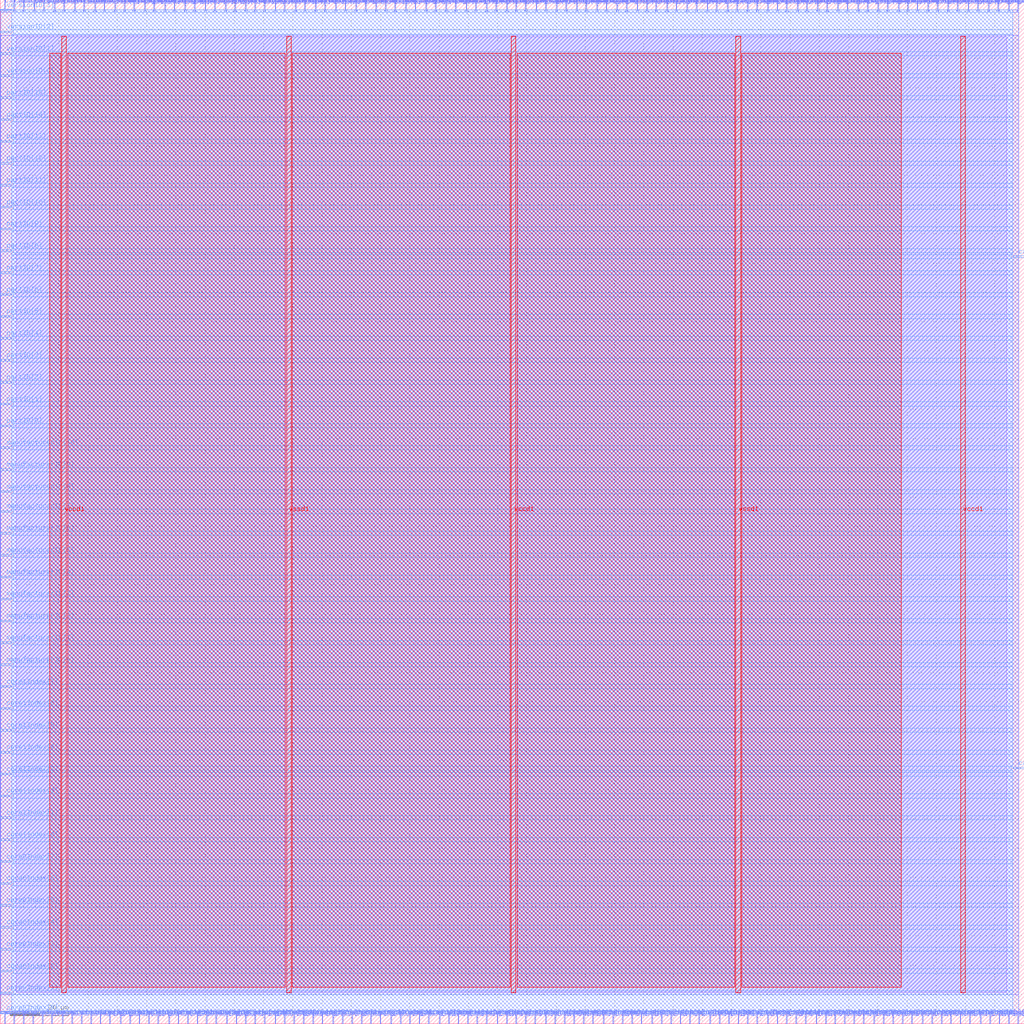
<source format=lef>
VERSION 5.7 ;
  NOWIREEXTENSIONATPIN ON ;
  DIVIDERCHAR "/" ;
  BUSBITCHARS "[]" ;
MACRO CaravelHost
  CLASS BLOCK ;
  FOREIGN CaravelHost ;
  ORIGIN 0.000 0.000 ;
  SIZE 350.000 BY 350.000 ;
  PIN caravel_uart_rx
    DIRECTION INPUT ;
    USE SIGNAL ;
    PORT
      LAYER met3 ;
        RECT 346.000 87.080 350.000 87.680 ;
    END
  END caravel_uart_rx
  PIN caravel_uart_tx
    DIRECTION OUTPUT TRISTATE ;
    USE SIGNAL ;
    PORT
      LAYER met3 ;
        RECT 346.000 261.840 350.000 262.440 ;
    END
  END caravel_uart_tx
  PIN caravel_wb_ack_i
    DIRECTION INPUT ;
    USE SIGNAL ;
    PORT
      LAYER met2 ;
        RECT 1.470 346.000 1.750 350.000 ;
    END
  END caravel_wb_ack_i
  PIN caravel_wb_adr_o[0]
    DIRECTION OUTPUT TRISTATE ;
    USE SIGNAL ;
    PORT
      LAYER met2 ;
        RECT 21.710 346.000 21.990 350.000 ;
    END
  END caravel_wb_adr_o[0]
  PIN caravel_wb_adr_o[10]
    DIRECTION OUTPUT TRISTATE ;
    USE SIGNAL ;
    PORT
      LAYER met2 ;
        RECT 138.550 346.000 138.830 350.000 ;
    END
  END caravel_wb_adr_o[10]
  PIN caravel_wb_adr_o[11]
    DIRECTION OUTPUT TRISTATE ;
    USE SIGNAL ;
    PORT
      LAYER met2 ;
        RECT 148.670 346.000 148.950 350.000 ;
    END
  END caravel_wb_adr_o[11]
  PIN caravel_wb_adr_o[12]
    DIRECTION OUTPUT TRISTATE ;
    USE SIGNAL ;
    PORT
      LAYER met2 ;
        RECT 159.250 346.000 159.530 350.000 ;
    END
  END caravel_wb_adr_o[12]
  PIN caravel_wb_adr_o[13]
    DIRECTION OUTPUT TRISTATE ;
    USE SIGNAL ;
    PORT
      LAYER met2 ;
        RECT 169.370 346.000 169.650 350.000 ;
    END
  END caravel_wb_adr_o[13]
  PIN caravel_wb_adr_o[14]
    DIRECTION OUTPUT TRISTATE ;
    USE SIGNAL ;
    PORT
      LAYER met2 ;
        RECT 179.490 346.000 179.770 350.000 ;
    END
  END caravel_wb_adr_o[14]
  PIN caravel_wb_adr_o[15]
    DIRECTION OUTPUT TRISTATE ;
    USE SIGNAL ;
    PORT
      LAYER met2 ;
        RECT 190.070 346.000 190.350 350.000 ;
    END
  END caravel_wb_adr_o[15]
  PIN caravel_wb_adr_o[16]
    DIRECTION OUTPUT TRISTATE ;
    USE SIGNAL ;
    PORT
      LAYER met2 ;
        RECT 200.190 346.000 200.470 350.000 ;
    END
  END caravel_wb_adr_o[16]
  PIN caravel_wb_adr_o[17]
    DIRECTION OUTPUT TRISTATE ;
    USE SIGNAL ;
    PORT
      LAYER met2 ;
        RECT 210.770 346.000 211.050 350.000 ;
    END
  END caravel_wb_adr_o[17]
  PIN caravel_wb_adr_o[18]
    DIRECTION OUTPUT TRISTATE ;
    USE SIGNAL ;
    PORT
      LAYER met2 ;
        RECT 220.890 346.000 221.170 350.000 ;
    END
  END caravel_wb_adr_o[18]
  PIN caravel_wb_adr_o[19]
    DIRECTION OUTPUT TRISTATE ;
    USE SIGNAL ;
    PORT
      LAYER met2 ;
        RECT 231.010 346.000 231.290 350.000 ;
    END
  END caravel_wb_adr_o[19]
  PIN caravel_wb_adr_o[1]
    DIRECTION OUTPUT TRISTATE ;
    USE SIGNAL ;
    PORT
      LAYER met2 ;
        RECT 35.510 346.000 35.790 350.000 ;
    END
  END caravel_wb_adr_o[1]
  PIN caravel_wb_adr_o[20]
    DIRECTION OUTPUT TRISTATE ;
    USE SIGNAL ;
    PORT
      LAYER met2 ;
        RECT 241.590 346.000 241.870 350.000 ;
    END
  END caravel_wb_adr_o[20]
  PIN caravel_wb_adr_o[21]
    DIRECTION OUTPUT TRISTATE ;
    USE SIGNAL ;
    PORT
      LAYER met2 ;
        RECT 251.710 346.000 251.990 350.000 ;
    END
  END caravel_wb_adr_o[21]
  PIN caravel_wb_adr_o[22]
    DIRECTION OUTPUT TRISTATE ;
    USE SIGNAL ;
    PORT
      LAYER met2 ;
        RECT 262.290 346.000 262.570 350.000 ;
    END
  END caravel_wb_adr_o[22]
  PIN caravel_wb_adr_o[23]
    DIRECTION OUTPUT TRISTATE ;
    USE SIGNAL ;
    PORT
      LAYER met2 ;
        RECT 272.410 346.000 272.690 350.000 ;
    END
  END caravel_wb_adr_o[23]
  PIN caravel_wb_adr_o[24]
    DIRECTION OUTPUT TRISTATE ;
    USE SIGNAL ;
    PORT
      LAYER met2 ;
        RECT 282.530 346.000 282.810 350.000 ;
    END
  END caravel_wb_adr_o[24]
  PIN caravel_wb_adr_o[25]
    DIRECTION OUTPUT TRISTATE ;
    USE SIGNAL ;
    PORT
      LAYER met2 ;
        RECT 293.110 346.000 293.390 350.000 ;
    END
  END caravel_wb_adr_o[25]
  PIN caravel_wb_adr_o[26]
    DIRECTION OUTPUT TRISTATE ;
    USE SIGNAL ;
    PORT
      LAYER met2 ;
        RECT 303.230 346.000 303.510 350.000 ;
    END
  END caravel_wb_adr_o[26]
  PIN caravel_wb_adr_o[27]
    DIRECTION OUTPUT TRISTATE ;
    USE SIGNAL ;
    PORT
      LAYER met2 ;
        RECT 313.350 346.000 313.630 350.000 ;
    END
  END caravel_wb_adr_o[27]
  PIN caravel_wb_adr_o[2]
    DIRECTION OUTPUT TRISTATE ;
    USE SIGNAL ;
    PORT
      LAYER met2 ;
        RECT 49.310 346.000 49.590 350.000 ;
    END
  END caravel_wb_adr_o[2]
  PIN caravel_wb_adr_o[3]
    DIRECTION OUTPUT TRISTATE ;
    USE SIGNAL ;
    PORT
      LAYER met2 ;
        RECT 63.110 346.000 63.390 350.000 ;
    END
  END caravel_wb_adr_o[3]
  PIN caravel_wb_adr_o[4]
    DIRECTION OUTPUT TRISTATE ;
    USE SIGNAL ;
    PORT
      LAYER met2 ;
        RECT 76.910 346.000 77.190 350.000 ;
    END
  END caravel_wb_adr_o[4]
  PIN caravel_wb_adr_o[5]
    DIRECTION OUTPUT TRISTATE ;
    USE SIGNAL ;
    PORT
      LAYER met2 ;
        RECT 87.030 346.000 87.310 350.000 ;
    END
  END caravel_wb_adr_o[5]
  PIN caravel_wb_adr_o[6]
    DIRECTION OUTPUT TRISTATE ;
    USE SIGNAL ;
    PORT
      LAYER met2 ;
        RECT 97.150 346.000 97.430 350.000 ;
    END
  END caravel_wb_adr_o[6]
  PIN caravel_wb_adr_o[7]
    DIRECTION OUTPUT TRISTATE ;
    USE SIGNAL ;
    PORT
      LAYER met2 ;
        RECT 107.730 346.000 108.010 350.000 ;
    END
  END caravel_wb_adr_o[7]
  PIN caravel_wb_adr_o[8]
    DIRECTION OUTPUT TRISTATE ;
    USE SIGNAL ;
    PORT
      LAYER met2 ;
        RECT 117.850 346.000 118.130 350.000 ;
    END
  END caravel_wb_adr_o[8]
  PIN caravel_wb_adr_o[9]
    DIRECTION OUTPUT TRISTATE ;
    USE SIGNAL ;
    PORT
      LAYER met2 ;
        RECT 128.430 346.000 128.710 350.000 ;
    END
  END caravel_wb_adr_o[9]
  PIN caravel_wb_cyc_o
    DIRECTION OUTPUT TRISTATE ;
    USE SIGNAL ;
    PORT
      LAYER met2 ;
        RECT 4.690 346.000 4.970 350.000 ;
    END
  END caravel_wb_cyc_o
  PIN caravel_wb_data_i[0]
    DIRECTION INPUT ;
    USE SIGNAL ;
    PORT
      LAYER met2 ;
        RECT 25.390 346.000 25.670 350.000 ;
    END
  END caravel_wb_data_i[0]
  PIN caravel_wb_data_i[10]
    DIRECTION INPUT ;
    USE SIGNAL ;
    PORT
      LAYER met2 ;
        RECT 141.770 346.000 142.050 350.000 ;
    END
  END caravel_wb_data_i[10]
  PIN caravel_wb_data_i[11]
    DIRECTION INPUT ;
    USE SIGNAL ;
    PORT
      LAYER met2 ;
        RECT 152.350 346.000 152.630 350.000 ;
    END
  END caravel_wb_data_i[11]
  PIN caravel_wb_data_i[12]
    DIRECTION INPUT ;
    USE SIGNAL ;
    PORT
      LAYER met2 ;
        RECT 162.470 346.000 162.750 350.000 ;
    END
  END caravel_wb_data_i[12]
  PIN caravel_wb_data_i[13]
    DIRECTION INPUT ;
    USE SIGNAL ;
    PORT
      LAYER met2 ;
        RECT 173.050 346.000 173.330 350.000 ;
    END
  END caravel_wb_data_i[13]
  PIN caravel_wb_data_i[14]
    DIRECTION INPUT ;
    USE SIGNAL ;
    PORT
      LAYER met2 ;
        RECT 183.170 346.000 183.450 350.000 ;
    END
  END caravel_wb_data_i[14]
  PIN caravel_wb_data_i[15]
    DIRECTION INPUT ;
    USE SIGNAL ;
    PORT
      LAYER met2 ;
        RECT 193.290 346.000 193.570 350.000 ;
    END
  END caravel_wb_data_i[15]
  PIN caravel_wb_data_i[16]
    DIRECTION INPUT ;
    USE SIGNAL ;
    PORT
      LAYER met2 ;
        RECT 203.870 346.000 204.150 350.000 ;
    END
  END caravel_wb_data_i[16]
  PIN caravel_wb_data_i[17]
    DIRECTION INPUT ;
    USE SIGNAL ;
    PORT
      LAYER met2 ;
        RECT 213.990 346.000 214.270 350.000 ;
    END
  END caravel_wb_data_i[17]
  PIN caravel_wb_data_i[18]
    DIRECTION INPUT ;
    USE SIGNAL ;
    PORT
      LAYER met2 ;
        RECT 224.110 346.000 224.390 350.000 ;
    END
  END caravel_wb_data_i[18]
  PIN caravel_wb_data_i[19]
    DIRECTION INPUT ;
    USE SIGNAL ;
    PORT
      LAYER met2 ;
        RECT 234.690 346.000 234.970 350.000 ;
    END
  END caravel_wb_data_i[19]
  PIN caravel_wb_data_i[1]
    DIRECTION INPUT ;
    USE SIGNAL ;
    PORT
      LAYER met2 ;
        RECT 39.190 346.000 39.470 350.000 ;
    END
  END caravel_wb_data_i[1]
  PIN caravel_wb_data_i[20]
    DIRECTION INPUT ;
    USE SIGNAL ;
    PORT
      LAYER met2 ;
        RECT 244.810 346.000 245.090 350.000 ;
    END
  END caravel_wb_data_i[20]
  PIN caravel_wb_data_i[21]
    DIRECTION INPUT ;
    USE SIGNAL ;
    PORT
      LAYER met2 ;
        RECT 255.390 346.000 255.670 350.000 ;
    END
  END caravel_wb_data_i[21]
  PIN caravel_wb_data_i[22]
    DIRECTION INPUT ;
    USE SIGNAL ;
    PORT
      LAYER met2 ;
        RECT 265.510 346.000 265.790 350.000 ;
    END
  END caravel_wb_data_i[22]
  PIN caravel_wb_data_i[23]
    DIRECTION INPUT ;
    USE SIGNAL ;
    PORT
      LAYER met2 ;
        RECT 275.630 346.000 275.910 350.000 ;
    END
  END caravel_wb_data_i[23]
  PIN caravel_wb_data_i[24]
    DIRECTION INPUT ;
    USE SIGNAL ;
    PORT
      LAYER met2 ;
        RECT 286.210 346.000 286.490 350.000 ;
    END
  END caravel_wb_data_i[24]
  PIN caravel_wb_data_i[25]
    DIRECTION INPUT ;
    USE SIGNAL ;
    PORT
      LAYER met2 ;
        RECT 296.330 346.000 296.610 350.000 ;
    END
  END caravel_wb_data_i[25]
  PIN caravel_wb_data_i[26]
    DIRECTION INPUT ;
    USE SIGNAL ;
    PORT
      LAYER met2 ;
        RECT 306.910 346.000 307.190 350.000 ;
    END
  END caravel_wb_data_i[26]
  PIN caravel_wb_data_i[27]
    DIRECTION INPUT ;
    USE SIGNAL ;
    PORT
      LAYER met2 ;
        RECT 317.030 346.000 317.310 350.000 ;
    END
  END caravel_wb_data_i[27]
  PIN caravel_wb_data_i[28]
    DIRECTION INPUT ;
    USE SIGNAL ;
    PORT
      LAYER met2 ;
        RECT 323.930 346.000 324.210 350.000 ;
    END
  END caravel_wb_data_i[28]
  PIN caravel_wb_data_i[29]
    DIRECTION INPUT ;
    USE SIGNAL ;
    PORT
      LAYER met2 ;
        RECT 330.830 346.000 331.110 350.000 ;
    END
  END caravel_wb_data_i[29]
  PIN caravel_wb_data_i[2]
    DIRECTION INPUT ;
    USE SIGNAL ;
    PORT
      LAYER met2 ;
        RECT 52.530 346.000 52.810 350.000 ;
    END
  END caravel_wb_data_i[2]
  PIN caravel_wb_data_i[30]
    DIRECTION INPUT ;
    USE SIGNAL ;
    PORT
      LAYER met2 ;
        RECT 337.730 346.000 338.010 350.000 ;
    END
  END caravel_wb_data_i[30]
  PIN caravel_wb_data_i[31]
    DIRECTION INPUT ;
    USE SIGNAL ;
    PORT
      LAYER met2 ;
        RECT 344.630 346.000 344.910 350.000 ;
    END
  END caravel_wb_data_i[31]
  PIN caravel_wb_data_i[3]
    DIRECTION INPUT ;
    USE SIGNAL ;
    PORT
      LAYER met2 ;
        RECT 66.330 346.000 66.610 350.000 ;
    END
  END caravel_wb_data_i[3]
  PIN caravel_wb_data_i[4]
    DIRECTION INPUT ;
    USE SIGNAL ;
    PORT
      LAYER met2 ;
        RECT 80.130 346.000 80.410 350.000 ;
    END
  END caravel_wb_data_i[4]
  PIN caravel_wb_data_i[5]
    DIRECTION INPUT ;
    USE SIGNAL ;
    PORT
      LAYER met2 ;
        RECT 90.250 346.000 90.530 350.000 ;
    END
  END caravel_wb_data_i[5]
  PIN caravel_wb_data_i[6]
    DIRECTION INPUT ;
    USE SIGNAL ;
    PORT
      LAYER met2 ;
        RECT 100.830 346.000 101.110 350.000 ;
    END
  END caravel_wb_data_i[6]
  PIN caravel_wb_data_i[7]
    DIRECTION INPUT ;
    USE SIGNAL ;
    PORT
      LAYER met2 ;
        RECT 110.950 346.000 111.230 350.000 ;
    END
  END caravel_wb_data_i[7]
  PIN caravel_wb_data_i[8]
    DIRECTION INPUT ;
    USE SIGNAL ;
    PORT
      LAYER met2 ;
        RECT 121.530 346.000 121.810 350.000 ;
    END
  END caravel_wb_data_i[8]
  PIN caravel_wb_data_i[9]
    DIRECTION INPUT ;
    USE SIGNAL ;
    PORT
      LAYER met2 ;
        RECT 131.650 346.000 131.930 350.000 ;
    END
  END caravel_wb_data_i[9]
  PIN caravel_wb_data_o[0]
    DIRECTION OUTPUT TRISTATE ;
    USE SIGNAL ;
    PORT
      LAYER met2 ;
        RECT 28.610 346.000 28.890 350.000 ;
    END
  END caravel_wb_data_o[0]
  PIN caravel_wb_data_o[10]
    DIRECTION OUTPUT TRISTATE ;
    USE SIGNAL ;
    PORT
      LAYER met2 ;
        RECT 145.450 346.000 145.730 350.000 ;
    END
  END caravel_wb_data_o[10]
  PIN caravel_wb_data_o[11]
    DIRECTION OUTPUT TRISTATE ;
    USE SIGNAL ;
    PORT
      LAYER met2 ;
        RECT 155.570 346.000 155.850 350.000 ;
    END
  END caravel_wb_data_o[11]
  PIN caravel_wb_data_o[12]
    DIRECTION OUTPUT TRISTATE ;
    USE SIGNAL ;
    PORT
      LAYER met2 ;
        RECT 166.150 346.000 166.430 350.000 ;
    END
  END caravel_wb_data_o[12]
  PIN caravel_wb_data_o[13]
    DIRECTION OUTPUT TRISTATE ;
    USE SIGNAL ;
    PORT
      LAYER met2 ;
        RECT 176.270 346.000 176.550 350.000 ;
    END
  END caravel_wb_data_o[13]
  PIN caravel_wb_data_o[14]
    DIRECTION OUTPUT TRISTATE ;
    USE SIGNAL ;
    PORT
      LAYER met2 ;
        RECT 186.390 346.000 186.670 350.000 ;
    END
  END caravel_wb_data_o[14]
  PIN caravel_wb_data_o[15]
    DIRECTION OUTPUT TRISTATE ;
    USE SIGNAL ;
    PORT
      LAYER met2 ;
        RECT 196.970 346.000 197.250 350.000 ;
    END
  END caravel_wb_data_o[15]
  PIN caravel_wb_data_o[16]
    DIRECTION OUTPUT TRISTATE ;
    USE SIGNAL ;
    PORT
      LAYER met2 ;
        RECT 207.090 346.000 207.370 350.000 ;
    END
  END caravel_wb_data_o[16]
  PIN caravel_wb_data_o[17]
    DIRECTION OUTPUT TRISTATE ;
    USE SIGNAL ;
    PORT
      LAYER met2 ;
        RECT 217.670 346.000 217.950 350.000 ;
    END
  END caravel_wb_data_o[17]
  PIN caravel_wb_data_o[18]
    DIRECTION OUTPUT TRISTATE ;
    USE SIGNAL ;
    PORT
      LAYER met2 ;
        RECT 227.790 346.000 228.070 350.000 ;
    END
  END caravel_wb_data_o[18]
  PIN caravel_wb_data_o[19]
    DIRECTION OUTPUT TRISTATE ;
    USE SIGNAL ;
    PORT
      LAYER met2 ;
        RECT 237.910 346.000 238.190 350.000 ;
    END
  END caravel_wb_data_o[19]
  PIN caravel_wb_data_o[1]
    DIRECTION OUTPUT TRISTATE ;
    USE SIGNAL ;
    PORT
      LAYER met2 ;
        RECT 42.410 346.000 42.690 350.000 ;
    END
  END caravel_wb_data_o[1]
  PIN caravel_wb_data_o[20]
    DIRECTION OUTPUT TRISTATE ;
    USE SIGNAL ;
    PORT
      LAYER met2 ;
        RECT 248.490 346.000 248.770 350.000 ;
    END
  END caravel_wb_data_o[20]
  PIN caravel_wb_data_o[21]
    DIRECTION OUTPUT TRISTATE ;
    USE SIGNAL ;
    PORT
      LAYER met2 ;
        RECT 258.610 346.000 258.890 350.000 ;
    END
  END caravel_wb_data_o[21]
  PIN caravel_wb_data_o[22]
    DIRECTION OUTPUT TRISTATE ;
    USE SIGNAL ;
    PORT
      LAYER met2 ;
        RECT 268.730 346.000 269.010 350.000 ;
    END
  END caravel_wb_data_o[22]
  PIN caravel_wb_data_o[23]
    DIRECTION OUTPUT TRISTATE ;
    USE SIGNAL ;
    PORT
      LAYER met2 ;
        RECT 279.310 346.000 279.590 350.000 ;
    END
  END caravel_wb_data_o[23]
  PIN caravel_wb_data_o[24]
    DIRECTION OUTPUT TRISTATE ;
    USE SIGNAL ;
    PORT
      LAYER met2 ;
        RECT 289.430 346.000 289.710 350.000 ;
    END
  END caravel_wb_data_o[24]
  PIN caravel_wb_data_o[25]
    DIRECTION OUTPUT TRISTATE ;
    USE SIGNAL ;
    PORT
      LAYER met2 ;
        RECT 300.010 346.000 300.290 350.000 ;
    END
  END caravel_wb_data_o[25]
  PIN caravel_wb_data_o[26]
    DIRECTION OUTPUT TRISTATE ;
    USE SIGNAL ;
    PORT
      LAYER met2 ;
        RECT 310.130 346.000 310.410 350.000 ;
    END
  END caravel_wb_data_o[26]
  PIN caravel_wb_data_o[27]
    DIRECTION OUTPUT TRISTATE ;
    USE SIGNAL ;
    PORT
      LAYER met2 ;
        RECT 320.250 346.000 320.530 350.000 ;
    END
  END caravel_wb_data_o[27]
  PIN caravel_wb_data_o[28]
    DIRECTION OUTPUT TRISTATE ;
    USE SIGNAL ;
    PORT
      LAYER met2 ;
        RECT 327.150 346.000 327.430 350.000 ;
    END
  END caravel_wb_data_o[28]
  PIN caravel_wb_data_o[29]
    DIRECTION OUTPUT TRISTATE ;
    USE SIGNAL ;
    PORT
      LAYER met2 ;
        RECT 334.050 346.000 334.330 350.000 ;
    END
  END caravel_wb_data_o[29]
  PIN caravel_wb_data_o[2]
    DIRECTION OUTPUT TRISTATE ;
    USE SIGNAL ;
    PORT
      LAYER met2 ;
        RECT 56.210 346.000 56.490 350.000 ;
    END
  END caravel_wb_data_o[2]
  PIN caravel_wb_data_o[30]
    DIRECTION OUTPUT TRISTATE ;
    USE SIGNAL ;
    PORT
      LAYER met2 ;
        RECT 340.950 346.000 341.230 350.000 ;
    END
  END caravel_wb_data_o[30]
  PIN caravel_wb_data_o[31]
    DIRECTION OUTPUT TRISTATE ;
    USE SIGNAL ;
    PORT
      LAYER met2 ;
        RECT 347.850 346.000 348.130 350.000 ;
    END
  END caravel_wb_data_o[31]
  PIN caravel_wb_data_o[3]
    DIRECTION OUTPUT TRISTATE ;
    USE SIGNAL ;
    PORT
      LAYER met2 ;
        RECT 70.010 346.000 70.290 350.000 ;
    END
  END caravel_wb_data_o[3]
  PIN caravel_wb_data_o[4]
    DIRECTION OUTPUT TRISTATE ;
    USE SIGNAL ;
    PORT
      LAYER met2 ;
        RECT 83.810 346.000 84.090 350.000 ;
    END
  END caravel_wb_data_o[4]
  PIN caravel_wb_data_o[5]
    DIRECTION OUTPUT TRISTATE ;
    USE SIGNAL ;
    PORT
      LAYER met2 ;
        RECT 93.930 346.000 94.210 350.000 ;
    END
  END caravel_wb_data_o[5]
  PIN caravel_wb_data_o[6]
    DIRECTION OUTPUT TRISTATE ;
    USE SIGNAL ;
    PORT
      LAYER met2 ;
        RECT 104.050 346.000 104.330 350.000 ;
    END
  END caravel_wb_data_o[6]
  PIN caravel_wb_data_o[7]
    DIRECTION OUTPUT TRISTATE ;
    USE SIGNAL ;
    PORT
      LAYER met2 ;
        RECT 114.630 346.000 114.910 350.000 ;
    END
  END caravel_wb_data_o[7]
  PIN caravel_wb_data_o[8]
    DIRECTION OUTPUT TRISTATE ;
    USE SIGNAL ;
    PORT
      LAYER met2 ;
        RECT 124.750 346.000 125.030 350.000 ;
    END
  END caravel_wb_data_o[8]
  PIN caravel_wb_data_o[9]
    DIRECTION OUTPUT TRISTATE ;
    USE SIGNAL ;
    PORT
      LAYER met2 ;
        RECT 134.870 346.000 135.150 350.000 ;
    END
  END caravel_wb_data_o[9]
  PIN caravel_wb_error_i
    DIRECTION INPUT ;
    USE SIGNAL ;
    PORT
      LAYER met2 ;
        RECT 7.910 346.000 8.190 350.000 ;
    END
  END caravel_wb_error_i
  PIN caravel_wb_sel_o[0]
    DIRECTION OUTPUT TRISTATE ;
    USE SIGNAL ;
    PORT
      LAYER met2 ;
        RECT 32.290 346.000 32.570 350.000 ;
    END
  END caravel_wb_sel_o[0]
  PIN caravel_wb_sel_o[1]
    DIRECTION OUTPUT TRISTATE ;
    USE SIGNAL ;
    PORT
      LAYER met2 ;
        RECT 45.630 346.000 45.910 350.000 ;
    END
  END caravel_wb_sel_o[1]
  PIN caravel_wb_sel_o[2]
    DIRECTION OUTPUT TRISTATE ;
    USE SIGNAL ;
    PORT
      LAYER met2 ;
        RECT 59.430 346.000 59.710 350.000 ;
    END
  END caravel_wb_sel_o[2]
  PIN caravel_wb_sel_o[3]
    DIRECTION OUTPUT TRISTATE ;
    USE SIGNAL ;
    PORT
      LAYER met2 ;
        RECT 73.230 346.000 73.510 350.000 ;
    END
  END caravel_wb_sel_o[3]
  PIN caravel_wb_stall_i
    DIRECTION INPUT ;
    USE SIGNAL ;
    PORT
      LAYER met2 ;
        RECT 11.590 346.000 11.870 350.000 ;
    END
  END caravel_wb_stall_i
  PIN caravel_wb_stb_o
    DIRECTION OUTPUT TRISTATE ;
    USE SIGNAL ;
    PORT
      LAYER met2 ;
        RECT 14.810 346.000 15.090 350.000 ;
    END
  END caravel_wb_stb_o
  PIN caravel_wb_we_o
    DIRECTION OUTPUT TRISTATE ;
    USE SIGNAL ;
    PORT
      LAYER met2 ;
        RECT 18.490 346.000 18.770 350.000 ;
    END
  END caravel_wb_we_o
  PIN core0Index[0]
    DIRECTION OUTPUT TRISTATE ;
    USE SIGNAL ;
    PORT
      LAYER met3 ;
        RECT 0.000 3.440 4.000 4.040 ;
    END
  END core0Index[0]
  PIN core0Index[1]
    DIRECTION OUTPUT TRISTATE ;
    USE SIGNAL ;
    PORT
      LAYER met3 ;
        RECT 0.000 10.240 4.000 10.840 ;
    END
  END core0Index[1]
  PIN core0Index[2]
    DIRECTION OUTPUT TRISTATE ;
    USE SIGNAL ;
    PORT
      LAYER met3 ;
        RECT 0.000 17.720 4.000 18.320 ;
    END
  END core0Index[2]
  PIN core0Index[3]
    DIRECTION OUTPUT TRISTATE ;
    USE SIGNAL ;
    PORT
      LAYER met3 ;
        RECT 0.000 25.200 4.000 25.800 ;
    END
  END core0Index[3]
  PIN core0Index[4]
    DIRECTION OUTPUT TRISTATE ;
    USE SIGNAL ;
    PORT
      LAYER met3 ;
        RECT 0.000 32.680 4.000 33.280 ;
    END
  END core0Index[4]
  PIN core0Index[5]
    DIRECTION OUTPUT TRISTATE ;
    USE SIGNAL ;
    PORT
      LAYER met3 ;
        RECT 0.000 40.160 4.000 40.760 ;
    END
  END core0Index[5]
  PIN core0Index[6]
    DIRECTION OUTPUT TRISTATE ;
    USE SIGNAL ;
    PORT
      LAYER met3 ;
        RECT 0.000 47.640 4.000 48.240 ;
    END
  END core0Index[6]
  PIN core0Index[7]
    DIRECTION OUTPUT TRISTATE ;
    USE SIGNAL ;
    PORT
      LAYER met3 ;
        RECT 0.000 55.120 4.000 55.720 ;
    END
  END core0Index[7]
  PIN core1Index[0]
    DIRECTION OUTPUT TRISTATE ;
    USE SIGNAL ;
    PORT
      LAYER met3 ;
        RECT 0.000 62.600 4.000 63.200 ;
    END
  END core1Index[0]
  PIN core1Index[1]
    DIRECTION OUTPUT TRISTATE ;
    USE SIGNAL ;
    PORT
      LAYER met3 ;
        RECT 0.000 70.080 4.000 70.680 ;
    END
  END core1Index[1]
  PIN core1Index[2]
    DIRECTION OUTPUT TRISTATE ;
    USE SIGNAL ;
    PORT
      LAYER met3 ;
        RECT 0.000 77.560 4.000 78.160 ;
    END
  END core1Index[2]
  PIN core1Index[3]
    DIRECTION OUTPUT TRISTATE ;
    USE SIGNAL ;
    PORT
      LAYER met3 ;
        RECT 0.000 85.040 4.000 85.640 ;
    END
  END core1Index[3]
  PIN core1Index[4]
    DIRECTION OUTPUT TRISTATE ;
    USE SIGNAL ;
    PORT
      LAYER met3 ;
        RECT 0.000 92.520 4.000 93.120 ;
    END
  END core1Index[4]
  PIN core1Index[5]
    DIRECTION OUTPUT TRISTATE ;
    USE SIGNAL ;
    PORT
      LAYER met3 ;
        RECT 0.000 100.000 4.000 100.600 ;
    END
  END core1Index[5]
  PIN core1Index[6]
    DIRECTION OUTPUT TRISTATE ;
    USE SIGNAL ;
    PORT
      LAYER met3 ;
        RECT 0.000 107.480 4.000 108.080 ;
    END
  END core1Index[6]
  PIN core1Index[7]
    DIRECTION OUTPUT TRISTATE ;
    USE SIGNAL ;
    PORT
      LAYER met3 ;
        RECT 0.000 114.960 4.000 115.560 ;
    END
  END core1Index[7]
  PIN manufacturerID[0]
    DIRECTION OUTPUT TRISTATE ;
    USE SIGNAL ;
    PORT
      LAYER met3 ;
        RECT 0.000 122.440 4.000 123.040 ;
    END
  END manufacturerID[0]
  PIN manufacturerID[10]
    DIRECTION OUTPUT TRISTATE ;
    USE SIGNAL ;
    PORT
      LAYER met3 ;
        RECT 0.000 196.560 4.000 197.160 ;
    END
  END manufacturerID[10]
  PIN manufacturerID[1]
    DIRECTION OUTPUT TRISTATE ;
    USE SIGNAL ;
    PORT
      LAYER met3 ;
        RECT 0.000 129.920 4.000 130.520 ;
    END
  END manufacturerID[1]
  PIN manufacturerID[2]
    DIRECTION OUTPUT TRISTATE ;
    USE SIGNAL ;
    PORT
      LAYER met3 ;
        RECT 0.000 137.400 4.000 138.000 ;
    END
  END manufacturerID[2]
  PIN manufacturerID[3]
    DIRECTION OUTPUT TRISTATE ;
    USE SIGNAL ;
    PORT
      LAYER met3 ;
        RECT 0.000 144.880 4.000 145.480 ;
    END
  END manufacturerID[3]
  PIN manufacturerID[4]
    DIRECTION OUTPUT TRISTATE ;
    USE SIGNAL ;
    PORT
      LAYER met3 ;
        RECT 0.000 152.360 4.000 152.960 ;
    END
  END manufacturerID[4]
  PIN manufacturerID[5]
    DIRECTION OUTPUT TRISTATE ;
    USE SIGNAL ;
    PORT
      LAYER met3 ;
        RECT 0.000 159.840 4.000 160.440 ;
    END
  END manufacturerID[5]
  PIN manufacturerID[6]
    DIRECTION OUTPUT TRISTATE ;
    USE SIGNAL ;
    PORT
      LAYER met3 ;
        RECT 0.000 167.320 4.000 167.920 ;
    END
  END manufacturerID[6]
  PIN manufacturerID[7]
    DIRECTION OUTPUT TRISTATE ;
    USE SIGNAL ;
    PORT
      LAYER met3 ;
        RECT 0.000 174.800 4.000 175.400 ;
    END
  END manufacturerID[7]
  PIN manufacturerID[8]
    DIRECTION OUTPUT TRISTATE ;
    USE SIGNAL ;
    PORT
      LAYER met3 ;
        RECT 0.000 181.600 4.000 182.200 ;
    END
  END manufacturerID[8]
  PIN manufacturerID[9]
    DIRECTION OUTPUT TRISTATE ;
    USE SIGNAL ;
    PORT
      LAYER met3 ;
        RECT 0.000 189.080 4.000 189.680 ;
    END
  END manufacturerID[9]
  PIN partID[0]
    DIRECTION OUTPUT TRISTATE ;
    USE SIGNAL ;
    PORT
      LAYER met3 ;
        RECT 0.000 204.040 4.000 204.640 ;
    END
  END partID[0]
  PIN partID[10]
    DIRECTION OUTPUT TRISTATE ;
    USE SIGNAL ;
    PORT
      LAYER met3 ;
        RECT 0.000 278.840 4.000 279.440 ;
    END
  END partID[10]
  PIN partID[11]
    DIRECTION OUTPUT TRISTATE ;
    USE SIGNAL ;
    PORT
      LAYER met3 ;
        RECT 0.000 286.320 4.000 286.920 ;
    END
  END partID[11]
  PIN partID[12]
    DIRECTION OUTPUT TRISTATE ;
    USE SIGNAL ;
    PORT
      LAYER met3 ;
        RECT 0.000 293.800 4.000 294.400 ;
    END
  END partID[12]
  PIN partID[13]
    DIRECTION OUTPUT TRISTATE ;
    USE SIGNAL ;
    PORT
      LAYER met3 ;
        RECT 0.000 301.280 4.000 301.880 ;
    END
  END partID[13]
  PIN partID[14]
    DIRECTION OUTPUT TRISTATE ;
    USE SIGNAL ;
    PORT
      LAYER met3 ;
        RECT 0.000 308.760 4.000 309.360 ;
    END
  END partID[14]
  PIN partID[15]
    DIRECTION OUTPUT TRISTATE ;
    USE SIGNAL ;
    PORT
      LAYER met3 ;
        RECT 0.000 316.240 4.000 316.840 ;
    END
  END partID[15]
  PIN partID[1]
    DIRECTION OUTPUT TRISTATE ;
    USE SIGNAL ;
    PORT
      LAYER met3 ;
        RECT 0.000 211.520 4.000 212.120 ;
    END
  END partID[1]
  PIN partID[2]
    DIRECTION OUTPUT TRISTATE ;
    USE SIGNAL ;
    PORT
      LAYER met3 ;
        RECT 0.000 219.000 4.000 219.600 ;
    END
  END partID[2]
  PIN partID[3]
    DIRECTION OUTPUT TRISTATE ;
    USE SIGNAL ;
    PORT
      LAYER met3 ;
        RECT 0.000 226.480 4.000 227.080 ;
    END
  END partID[3]
  PIN partID[4]
    DIRECTION OUTPUT TRISTATE ;
    USE SIGNAL ;
    PORT
      LAYER met3 ;
        RECT 0.000 233.960 4.000 234.560 ;
    END
  END partID[4]
  PIN partID[5]
    DIRECTION OUTPUT TRISTATE ;
    USE SIGNAL ;
    PORT
      LAYER met3 ;
        RECT 0.000 241.440 4.000 242.040 ;
    END
  END partID[5]
  PIN partID[6]
    DIRECTION OUTPUT TRISTATE ;
    USE SIGNAL ;
    PORT
      LAYER met3 ;
        RECT 0.000 248.920 4.000 249.520 ;
    END
  END partID[6]
  PIN partID[7]
    DIRECTION OUTPUT TRISTATE ;
    USE SIGNAL ;
    PORT
      LAYER met3 ;
        RECT 0.000 256.400 4.000 257.000 ;
    END
  END partID[7]
  PIN partID[8]
    DIRECTION OUTPUT TRISTATE ;
    USE SIGNAL ;
    PORT
      LAYER met3 ;
        RECT 0.000 263.880 4.000 264.480 ;
    END
  END partID[8]
  PIN partID[9]
    DIRECTION OUTPUT TRISTATE ;
    USE SIGNAL ;
    PORT
      LAYER met3 ;
        RECT 0.000 271.360 4.000 271.960 ;
    END
  END partID[9]
  PIN vccd1
    DIRECTION INOUT ;
    USE POWER ;
    PORT
      LAYER met4 ;
        RECT 21.040 10.640 22.640 337.520 ;
    END
    PORT
      LAYER met4 ;
        RECT 174.640 10.640 176.240 337.520 ;
    END
    PORT
      LAYER met4 ;
        RECT 328.240 10.640 329.840 337.520 ;
    END
  END vccd1
  PIN versionID[0]
    DIRECTION OUTPUT TRISTATE ;
    USE SIGNAL ;
    PORT
      LAYER met3 ;
        RECT 0.000 323.720 4.000 324.320 ;
    END
  END versionID[0]
  PIN versionID[1]
    DIRECTION OUTPUT TRISTATE ;
    USE SIGNAL ;
    PORT
      LAYER met3 ;
        RECT 0.000 331.200 4.000 331.800 ;
    END
  END versionID[1]
  PIN versionID[2]
    DIRECTION OUTPUT TRISTATE ;
    USE SIGNAL ;
    PORT
      LAYER met3 ;
        RECT 0.000 338.680 4.000 339.280 ;
    END
  END versionID[2]
  PIN versionID[3]
    DIRECTION OUTPUT TRISTATE ;
    USE SIGNAL ;
    PORT
      LAYER met3 ;
        RECT 0.000 346.160 4.000 346.760 ;
    END
  END versionID[3]
  PIN vssd1
    DIRECTION INOUT ;
    USE GROUND ;
    PORT
      LAYER met4 ;
        RECT 97.840 10.640 99.440 337.520 ;
    END
    PORT
      LAYER met4 ;
        RECT 251.440 10.640 253.040 337.520 ;
    END
  END vssd1
  PIN wb_clk_i
    DIRECTION INPUT ;
    USE SIGNAL ;
    PORT
      LAYER met2 ;
        RECT 1.470 0.000 1.750 4.000 ;
    END
  END wb_clk_i
  PIN wb_rst_i
    DIRECTION INPUT ;
    USE SIGNAL ;
    PORT
      LAYER met2 ;
        RECT 4.690 0.000 4.970 4.000 ;
    END
  END wb_rst_i
  PIN wbs_ack_o
    DIRECTION OUTPUT TRISTATE ;
    USE SIGNAL ;
    PORT
      LAYER met2 ;
        RECT 7.910 0.000 8.190 4.000 ;
    END
  END wbs_ack_o
  PIN wbs_adr_i[0]
    DIRECTION INPUT ;
    USE SIGNAL ;
    PORT
      LAYER met2 ;
        RECT 21.250 0.000 21.530 4.000 ;
    END
  END wbs_adr_i[0]
  PIN wbs_adr_i[10]
    DIRECTION INPUT ;
    USE SIGNAL ;
    PORT
      LAYER met2 ;
        RECT 133.490 0.000 133.770 4.000 ;
    END
  END wbs_adr_i[10]
  PIN wbs_adr_i[11]
    DIRECTION INPUT ;
    USE SIGNAL ;
    PORT
      LAYER met2 ;
        RECT 143.150 0.000 143.430 4.000 ;
    END
  END wbs_adr_i[11]
  PIN wbs_adr_i[12]
    DIRECTION INPUT ;
    USE SIGNAL ;
    PORT
      LAYER met2 ;
        RECT 153.270 0.000 153.550 4.000 ;
    END
  END wbs_adr_i[12]
  PIN wbs_adr_i[13]
    DIRECTION INPUT ;
    USE SIGNAL ;
    PORT
      LAYER met2 ;
        RECT 162.930 0.000 163.210 4.000 ;
    END
  END wbs_adr_i[13]
  PIN wbs_adr_i[14]
    DIRECTION INPUT ;
    USE SIGNAL ;
    PORT
      LAYER met2 ;
        RECT 173.050 0.000 173.330 4.000 ;
    END
  END wbs_adr_i[14]
  PIN wbs_adr_i[15]
    DIRECTION INPUT ;
    USE SIGNAL ;
    PORT
      LAYER met2 ;
        RECT 182.710 0.000 182.990 4.000 ;
    END
  END wbs_adr_i[15]
  PIN wbs_adr_i[16]
    DIRECTION INPUT ;
    USE SIGNAL ;
    PORT
      LAYER met2 ;
        RECT 192.830 0.000 193.110 4.000 ;
    END
  END wbs_adr_i[16]
  PIN wbs_adr_i[17]
    DIRECTION INPUT ;
    USE SIGNAL ;
    PORT
      LAYER met2 ;
        RECT 202.490 0.000 202.770 4.000 ;
    END
  END wbs_adr_i[17]
  PIN wbs_adr_i[18]
    DIRECTION INPUT ;
    USE SIGNAL ;
    PORT
      LAYER met2 ;
        RECT 212.610 0.000 212.890 4.000 ;
    END
  END wbs_adr_i[18]
  PIN wbs_adr_i[19]
    DIRECTION INPUT ;
    USE SIGNAL ;
    PORT
      LAYER met2 ;
        RECT 222.730 0.000 223.010 4.000 ;
    END
  END wbs_adr_i[19]
  PIN wbs_adr_i[1]
    DIRECTION INPUT ;
    USE SIGNAL ;
    PORT
      LAYER met2 ;
        RECT 34.130 0.000 34.410 4.000 ;
    END
  END wbs_adr_i[1]
  PIN wbs_adr_i[20]
    DIRECTION INPUT ;
    USE SIGNAL ;
    PORT
      LAYER met2 ;
        RECT 232.390 0.000 232.670 4.000 ;
    END
  END wbs_adr_i[20]
  PIN wbs_adr_i[21]
    DIRECTION INPUT ;
    USE SIGNAL ;
    PORT
      LAYER met2 ;
        RECT 242.510 0.000 242.790 4.000 ;
    END
  END wbs_adr_i[21]
  PIN wbs_adr_i[22]
    DIRECTION INPUT ;
    USE SIGNAL ;
    PORT
      LAYER met2 ;
        RECT 252.170 0.000 252.450 4.000 ;
    END
  END wbs_adr_i[22]
  PIN wbs_adr_i[23]
    DIRECTION INPUT ;
    USE SIGNAL ;
    PORT
      LAYER met2 ;
        RECT 262.290 0.000 262.570 4.000 ;
    END
  END wbs_adr_i[23]
  PIN wbs_adr_i[24]
    DIRECTION INPUT ;
    USE SIGNAL ;
    PORT
      LAYER met2 ;
        RECT 271.950 0.000 272.230 4.000 ;
    END
  END wbs_adr_i[24]
  PIN wbs_adr_i[25]
    DIRECTION INPUT ;
    USE SIGNAL ;
    PORT
      LAYER met2 ;
        RECT 282.070 0.000 282.350 4.000 ;
    END
  END wbs_adr_i[25]
  PIN wbs_adr_i[26]
    DIRECTION INPUT ;
    USE SIGNAL ;
    PORT
      LAYER met2 ;
        RECT 291.730 0.000 292.010 4.000 ;
    END
  END wbs_adr_i[26]
  PIN wbs_adr_i[27]
    DIRECTION INPUT ;
    USE SIGNAL ;
    PORT
      LAYER met2 ;
        RECT 301.850 0.000 302.130 4.000 ;
    END
  END wbs_adr_i[27]
  PIN wbs_adr_i[28]
    DIRECTION INPUT ;
    USE SIGNAL ;
    PORT
      LAYER met2 ;
        RECT 311.510 0.000 311.790 4.000 ;
    END
  END wbs_adr_i[28]
  PIN wbs_adr_i[29]
    DIRECTION INPUT ;
    USE SIGNAL ;
    PORT
      LAYER met2 ;
        RECT 321.630 0.000 321.910 4.000 ;
    END
  END wbs_adr_i[29]
  PIN wbs_adr_i[2]
    DIRECTION INPUT ;
    USE SIGNAL ;
    PORT
      LAYER met2 ;
        RECT 47.470 0.000 47.750 4.000 ;
    END
  END wbs_adr_i[2]
  PIN wbs_adr_i[30]
    DIRECTION INPUT ;
    USE SIGNAL ;
    PORT
      LAYER met2 ;
        RECT 331.290 0.000 331.570 4.000 ;
    END
  END wbs_adr_i[30]
  PIN wbs_adr_i[31]
    DIRECTION INPUT ;
    USE SIGNAL ;
    PORT
      LAYER met2 ;
        RECT 341.410 0.000 341.690 4.000 ;
    END
  END wbs_adr_i[31]
  PIN wbs_adr_i[3]
    DIRECTION INPUT ;
    USE SIGNAL ;
    PORT
      LAYER met2 ;
        RECT 60.810 0.000 61.090 4.000 ;
    END
  END wbs_adr_i[3]
  PIN wbs_adr_i[4]
    DIRECTION INPUT ;
    USE SIGNAL ;
    PORT
      LAYER met2 ;
        RECT 73.690 0.000 73.970 4.000 ;
    END
  END wbs_adr_i[4]
  PIN wbs_adr_i[5]
    DIRECTION INPUT ;
    USE SIGNAL ;
    PORT
      LAYER met2 ;
        RECT 83.810 0.000 84.090 4.000 ;
    END
  END wbs_adr_i[5]
  PIN wbs_adr_i[6]
    DIRECTION INPUT ;
    USE SIGNAL ;
    PORT
      LAYER met2 ;
        RECT 93.930 0.000 94.210 4.000 ;
    END
  END wbs_adr_i[6]
  PIN wbs_adr_i[7]
    DIRECTION INPUT ;
    USE SIGNAL ;
    PORT
      LAYER met2 ;
        RECT 103.590 0.000 103.870 4.000 ;
    END
  END wbs_adr_i[7]
  PIN wbs_adr_i[8]
    DIRECTION INPUT ;
    USE SIGNAL ;
    PORT
      LAYER met2 ;
        RECT 113.710 0.000 113.990 4.000 ;
    END
  END wbs_adr_i[8]
  PIN wbs_adr_i[9]
    DIRECTION INPUT ;
    USE SIGNAL ;
    PORT
      LAYER met2 ;
        RECT 123.370 0.000 123.650 4.000 ;
    END
  END wbs_adr_i[9]
  PIN wbs_cyc_i
    DIRECTION INPUT ;
    USE SIGNAL ;
    PORT
      LAYER met2 ;
        RECT 11.130 0.000 11.410 4.000 ;
    END
  END wbs_cyc_i
  PIN wbs_data_i[0]
    DIRECTION INPUT ;
    USE SIGNAL ;
    PORT
      LAYER met2 ;
        RECT 24.470 0.000 24.750 4.000 ;
    END
  END wbs_data_i[0]
  PIN wbs_data_i[10]
    DIRECTION INPUT ;
    USE SIGNAL ;
    PORT
      LAYER met2 ;
        RECT 136.710 0.000 136.990 4.000 ;
    END
  END wbs_data_i[10]
  PIN wbs_data_i[11]
    DIRECTION INPUT ;
    USE SIGNAL ;
    PORT
      LAYER met2 ;
        RECT 146.370 0.000 146.650 4.000 ;
    END
  END wbs_data_i[11]
  PIN wbs_data_i[12]
    DIRECTION INPUT ;
    USE SIGNAL ;
    PORT
      LAYER met2 ;
        RECT 156.490 0.000 156.770 4.000 ;
    END
  END wbs_data_i[12]
  PIN wbs_data_i[13]
    DIRECTION INPUT ;
    USE SIGNAL ;
    PORT
      LAYER met2 ;
        RECT 166.150 0.000 166.430 4.000 ;
    END
  END wbs_data_i[13]
  PIN wbs_data_i[14]
    DIRECTION INPUT ;
    USE SIGNAL ;
    PORT
      LAYER met2 ;
        RECT 176.270 0.000 176.550 4.000 ;
    END
  END wbs_data_i[14]
  PIN wbs_data_i[15]
    DIRECTION INPUT ;
    USE SIGNAL ;
    PORT
      LAYER met2 ;
        RECT 186.390 0.000 186.670 4.000 ;
    END
  END wbs_data_i[15]
  PIN wbs_data_i[16]
    DIRECTION INPUT ;
    USE SIGNAL ;
    PORT
      LAYER met2 ;
        RECT 196.050 0.000 196.330 4.000 ;
    END
  END wbs_data_i[16]
  PIN wbs_data_i[17]
    DIRECTION INPUT ;
    USE SIGNAL ;
    PORT
      LAYER met2 ;
        RECT 206.170 0.000 206.450 4.000 ;
    END
  END wbs_data_i[17]
  PIN wbs_data_i[18]
    DIRECTION INPUT ;
    USE SIGNAL ;
    PORT
      LAYER met2 ;
        RECT 215.830 0.000 216.110 4.000 ;
    END
  END wbs_data_i[18]
  PIN wbs_data_i[19]
    DIRECTION INPUT ;
    USE SIGNAL ;
    PORT
      LAYER met2 ;
        RECT 225.950 0.000 226.230 4.000 ;
    END
  END wbs_data_i[19]
  PIN wbs_data_i[1]
    DIRECTION INPUT ;
    USE SIGNAL ;
    PORT
      LAYER met2 ;
        RECT 37.350 0.000 37.630 4.000 ;
    END
  END wbs_data_i[1]
  PIN wbs_data_i[20]
    DIRECTION INPUT ;
    USE SIGNAL ;
    PORT
      LAYER met2 ;
        RECT 235.610 0.000 235.890 4.000 ;
    END
  END wbs_data_i[20]
  PIN wbs_data_i[21]
    DIRECTION INPUT ;
    USE SIGNAL ;
    PORT
      LAYER met2 ;
        RECT 245.730 0.000 246.010 4.000 ;
    END
  END wbs_data_i[21]
  PIN wbs_data_i[22]
    DIRECTION INPUT ;
    USE SIGNAL ;
    PORT
      LAYER met2 ;
        RECT 255.390 0.000 255.670 4.000 ;
    END
  END wbs_data_i[22]
  PIN wbs_data_i[23]
    DIRECTION INPUT ;
    USE SIGNAL ;
    PORT
      LAYER met2 ;
        RECT 265.510 0.000 265.790 4.000 ;
    END
  END wbs_data_i[23]
  PIN wbs_data_i[24]
    DIRECTION INPUT ;
    USE SIGNAL ;
    PORT
      LAYER met2 ;
        RECT 275.170 0.000 275.450 4.000 ;
    END
  END wbs_data_i[24]
  PIN wbs_data_i[25]
    DIRECTION INPUT ;
    USE SIGNAL ;
    PORT
      LAYER met2 ;
        RECT 285.290 0.000 285.570 4.000 ;
    END
  END wbs_data_i[25]
  PIN wbs_data_i[26]
    DIRECTION INPUT ;
    USE SIGNAL ;
    PORT
      LAYER met2 ;
        RECT 294.950 0.000 295.230 4.000 ;
    END
  END wbs_data_i[26]
  PIN wbs_data_i[27]
    DIRECTION INPUT ;
    USE SIGNAL ;
    PORT
      LAYER met2 ;
        RECT 305.070 0.000 305.350 4.000 ;
    END
  END wbs_data_i[27]
  PIN wbs_data_i[28]
    DIRECTION INPUT ;
    USE SIGNAL ;
    PORT
      LAYER met2 ;
        RECT 315.190 0.000 315.470 4.000 ;
    END
  END wbs_data_i[28]
  PIN wbs_data_i[29]
    DIRECTION INPUT ;
    USE SIGNAL ;
    PORT
      LAYER met2 ;
        RECT 324.850 0.000 325.130 4.000 ;
    END
  END wbs_data_i[29]
  PIN wbs_data_i[2]
    DIRECTION INPUT ;
    USE SIGNAL ;
    PORT
      LAYER met2 ;
        RECT 50.690 0.000 50.970 4.000 ;
    END
  END wbs_data_i[2]
  PIN wbs_data_i[30]
    DIRECTION INPUT ;
    USE SIGNAL ;
    PORT
      LAYER met2 ;
        RECT 334.970 0.000 335.250 4.000 ;
    END
  END wbs_data_i[30]
  PIN wbs_data_i[31]
    DIRECTION INPUT ;
    USE SIGNAL ;
    PORT
      LAYER met2 ;
        RECT 344.630 0.000 344.910 4.000 ;
    END
  END wbs_data_i[31]
  PIN wbs_data_i[3]
    DIRECTION INPUT ;
    USE SIGNAL ;
    PORT
      LAYER met2 ;
        RECT 64.030 0.000 64.310 4.000 ;
    END
  END wbs_data_i[3]
  PIN wbs_data_i[4]
    DIRECTION INPUT ;
    USE SIGNAL ;
    PORT
      LAYER met2 ;
        RECT 77.370 0.000 77.650 4.000 ;
    END
  END wbs_data_i[4]
  PIN wbs_data_i[5]
    DIRECTION INPUT ;
    USE SIGNAL ;
    PORT
      LAYER met2 ;
        RECT 87.030 0.000 87.310 4.000 ;
    END
  END wbs_data_i[5]
  PIN wbs_data_i[6]
    DIRECTION INPUT ;
    USE SIGNAL ;
    PORT
      LAYER met2 ;
        RECT 97.150 0.000 97.430 4.000 ;
    END
  END wbs_data_i[6]
  PIN wbs_data_i[7]
    DIRECTION INPUT ;
    USE SIGNAL ;
    PORT
      LAYER met2 ;
        RECT 106.810 0.000 107.090 4.000 ;
    END
  END wbs_data_i[7]
  PIN wbs_data_i[8]
    DIRECTION INPUT ;
    USE SIGNAL ;
    PORT
      LAYER met2 ;
        RECT 116.930 0.000 117.210 4.000 ;
    END
  END wbs_data_i[8]
  PIN wbs_data_i[9]
    DIRECTION INPUT ;
    USE SIGNAL ;
    PORT
      LAYER met2 ;
        RECT 126.590 0.000 126.870 4.000 ;
    END
  END wbs_data_i[9]
  PIN wbs_data_o[0]
    DIRECTION OUTPUT TRISTATE ;
    USE SIGNAL ;
    PORT
      LAYER met2 ;
        RECT 27.690 0.000 27.970 4.000 ;
    END
  END wbs_data_o[0]
  PIN wbs_data_o[10]
    DIRECTION OUTPUT TRISTATE ;
    USE SIGNAL ;
    PORT
      LAYER met2 ;
        RECT 139.930 0.000 140.210 4.000 ;
    END
  END wbs_data_o[10]
  PIN wbs_data_o[11]
    DIRECTION OUTPUT TRISTATE ;
    USE SIGNAL ;
    PORT
      LAYER met2 ;
        RECT 150.050 0.000 150.330 4.000 ;
    END
  END wbs_data_o[11]
  PIN wbs_data_o[12]
    DIRECTION OUTPUT TRISTATE ;
    USE SIGNAL ;
    PORT
      LAYER met2 ;
        RECT 159.710 0.000 159.990 4.000 ;
    END
  END wbs_data_o[12]
  PIN wbs_data_o[13]
    DIRECTION OUTPUT TRISTATE ;
    USE SIGNAL ;
    PORT
      LAYER met2 ;
        RECT 169.830 0.000 170.110 4.000 ;
    END
  END wbs_data_o[13]
  PIN wbs_data_o[14]
    DIRECTION OUTPUT TRISTATE ;
    USE SIGNAL ;
    PORT
      LAYER met2 ;
        RECT 179.490 0.000 179.770 4.000 ;
    END
  END wbs_data_o[14]
  PIN wbs_data_o[15]
    DIRECTION OUTPUT TRISTATE ;
    USE SIGNAL ;
    PORT
      LAYER met2 ;
        RECT 189.610 0.000 189.890 4.000 ;
    END
  END wbs_data_o[15]
  PIN wbs_data_o[16]
    DIRECTION OUTPUT TRISTATE ;
    USE SIGNAL ;
    PORT
      LAYER met2 ;
        RECT 199.270 0.000 199.550 4.000 ;
    END
  END wbs_data_o[16]
  PIN wbs_data_o[17]
    DIRECTION OUTPUT TRISTATE ;
    USE SIGNAL ;
    PORT
      LAYER met2 ;
        RECT 209.390 0.000 209.670 4.000 ;
    END
  END wbs_data_o[17]
  PIN wbs_data_o[18]
    DIRECTION OUTPUT TRISTATE ;
    USE SIGNAL ;
    PORT
      LAYER met2 ;
        RECT 219.050 0.000 219.330 4.000 ;
    END
  END wbs_data_o[18]
  PIN wbs_data_o[19]
    DIRECTION OUTPUT TRISTATE ;
    USE SIGNAL ;
    PORT
      LAYER met2 ;
        RECT 229.170 0.000 229.450 4.000 ;
    END
  END wbs_data_o[19]
  PIN wbs_data_o[1]
    DIRECTION OUTPUT TRISTATE ;
    USE SIGNAL ;
    PORT
      LAYER met2 ;
        RECT 41.030 0.000 41.310 4.000 ;
    END
  END wbs_data_o[1]
  PIN wbs_data_o[20]
    DIRECTION OUTPUT TRISTATE ;
    USE SIGNAL ;
    PORT
      LAYER met2 ;
        RECT 238.830 0.000 239.110 4.000 ;
    END
  END wbs_data_o[20]
  PIN wbs_data_o[21]
    DIRECTION OUTPUT TRISTATE ;
    USE SIGNAL ;
    PORT
      LAYER met2 ;
        RECT 248.950 0.000 249.230 4.000 ;
    END
  END wbs_data_o[21]
  PIN wbs_data_o[22]
    DIRECTION OUTPUT TRISTATE ;
    USE SIGNAL ;
    PORT
      LAYER met2 ;
        RECT 258.610 0.000 258.890 4.000 ;
    END
  END wbs_data_o[22]
  PIN wbs_data_o[23]
    DIRECTION OUTPUT TRISTATE ;
    USE SIGNAL ;
    PORT
      LAYER met2 ;
        RECT 268.730 0.000 269.010 4.000 ;
    END
  END wbs_data_o[23]
  PIN wbs_data_o[24]
    DIRECTION OUTPUT TRISTATE ;
    USE SIGNAL ;
    PORT
      LAYER met2 ;
        RECT 278.850 0.000 279.130 4.000 ;
    END
  END wbs_data_o[24]
  PIN wbs_data_o[25]
    DIRECTION OUTPUT TRISTATE ;
    USE SIGNAL ;
    PORT
      LAYER met2 ;
        RECT 288.510 0.000 288.790 4.000 ;
    END
  END wbs_data_o[25]
  PIN wbs_data_o[26]
    DIRECTION OUTPUT TRISTATE ;
    USE SIGNAL ;
    PORT
      LAYER met2 ;
        RECT 298.630 0.000 298.910 4.000 ;
    END
  END wbs_data_o[26]
  PIN wbs_data_o[27]
    DIRECTION OUTPUT TRISTATE ;
    USE SIGNAL ;
    PORT
      LAYER met2 ;
        RECT 308.290 0.000 308.570 4.000 ;
    END
  END wbs_data_o[27]
  PIN wbs_data_o[28]
    DIRECTION OUTPUT TRISTATE ;
    USE SIGNAL ;
    PORT
      LAYER met2 ;
        RECT 318.410 0.000 318.690 4.000 ;
    END
  END wbs_data_o[28]
  PIN wbs_data_o[29]
    DIRECTION OUTPUT TRISTATE ;
    USE SIGNAL ;
    PORT
      LAYER met2 ;
        RECT 328.070 0.000 328.350 4.000 ;
    END
  END wbs_data_o[29]
  PIN wbs_data_o[2]
    DIRECTION OUTPUT TRISTATE ;
    USE SIGNAL ;
    PORT
      LAYER met2 ;
        RECT 53.910 0.000 54.190 4.000 ;
    END
  END wbs_data_o[2]
  PIN wbs_data_o[30]
    DIRECTION OUTPUT TRISTATE ;
    USE SIGNAL ;
    PORT
      LAYER met2 ;
        RECT 338.190 0.000 338.470 4.000 ;
    END
  END wbs_data_o[30]
  PIN wbs_data_o[31]
    DIRECTION OUTPUT TRISTATE ;
    USE SIGNAL ;
    PORT
      LAYER met2 ;
        RECT 347.850 0.000 348.130 4.000 ;
    END
  END wbs_data_o[31]
  PIN wbs_data_o[3]
    DIRECTION OUTPUT TRISTATE ;
    USE SIGNAL ;
    PORT
      LAYER met2 ;
        RECT 67.250 0.000 67.530 4.000 ;
    END
  END wbs_data_o[3]
  PIN wbs_data_o[4]
    DIRECTION OUTPUT TRISTATE ;
    USE SIGNAL ;
    PORT
      LAYER met2 ;
        RECT 80.590 0.000 80.870 4.000 ;
    END
  END wbs_data_o[4]
  PIN wbs_data_o[5]
    DIRECTION OUTPUT TRISTATE ;
    USE SIGNAL ;
    PORT
      LAYER met2 ;
        RECT 90.250 0.000 90.530 4.000 ;
    END
  END wbs_data_o[5]
  PIN wbs_data_o[6]
    DIRECTION OUTPUT TRISTATE ;
    USE SIGNAL ;
    PORT
      LAYER met2 ;
        RECT 100.370 0.000 100.650 4.000 ;
    END
  END wbs_data_o[6]
  PIN wbs_data_o[7]
    DIRECTION OUTPUT TRISTATE ;
    USE SIGNAL ;
    PORT
      LAYER met2 ;
        RECT 110.030 0.000 110.310 4.000 ;
    END
  END wbs_data_o[7]
  PIN wbs_data_o[8]
    DIRECTION OUTPUT TRISTATE ;
    USE SIGNAL ;
    PORT
      LAYER met2 ;
        RECT 120.150 0.000 120.430 4.000 ;
    END
  END wbs_data_o[8]
  PIN wbs_data_o[9]
    DIRECTION OUTPUT TRISTATE ;
    USE SIGNAL ;
    PORT
      LAYER met2 ;
        RECT 129.810 0.000 130.090 4.000 ;
    END
  END wbs_data_o[9]
  PIN wbs_sel_i[0]
    DIRECTION INPUT ;
    USE SIGNAL ;
    PORT
      LAYER met2 ;
        RECT 30.910 0.000 31.190 4.000 ;
    END
  END wbs_sel_i[0]
  PIN wbs_sel_i[1]
    DIRECTION INPUT ;
    USE SIGNAL ;
    PORT
      LAYER met2 ;
        RECT 44.250 0.000 44.530 4.000 ;
    END
  END wbs_sel_i[1]
  PIN wbs_sel_i[2]
    DIRECTION INPUT ;
    USE SIGNAL ;
    PORT
      LAYER met2 ;
        RECT 57.590 0.000 57.870 4.000 ;
    END
  END wbs_sel_i[2]
  PIN wbs_sel_i[3]
    DIRECTION INPUT ;
    USE SIGNAL ;
    PORT
      LAYER met2 ;
        RECT 70.470 0.000 70.750 4.000 ;
    END
  END wbs_sel_i[3]
  PIN wbs_stb_i
    DIRECTION INPUT ;
    USE SIGNAL ;
    PORT
      LAYER met2 ;
        RECT 14.350 0.000 14.630 4.000 ;
    END
  END wbs_stb_i
  PIN wbs_we_i
    DIRECTION INPUT ;
    USE SIGNAL ;
    PORT
      LAYER met2 ;
        RECT 17.570 0.000 17.850 4.000 ;
    END
  END wbs_we_i
  OBS
      LAYER li1 ;
        RECT 5.520 10.795 344.080 337.365 ;
      LAYER met1 ;
        RECT 0.070 9.900 348.150 337.920 ;
      LAYER met2 ;
        RECT 0.100 345.720 1.190 346.645 ;
        RECT 2.030 345.720 4.410 346.645 ;
        RECT 5.250 345.720 7.630 346.645 ;
        RECT 8.470 345.720 11.310 346.645 ;
        RECT 12.150 345.720 14.530 346.645 ;
        RECT 15.370 345.720 18.210 346.645 ;
        RECT 19.050 345.720 21.430 346.645 ;
        RECT 22.270 345.720 25.110 346.645 ;
        RECT 25.950 345.720 28.330 346.645 ;
        RECT 29.170 345.720 32.010 346.645 ;
        RECT 32.850 345.720 35.230 346.645 ;
        RECT 36.070 345.720 38.910 346.645 ;
        RECT 39.750 345.720 42.130 346.645 ;
        RECT 42.970 345.720 45.350 346.645 ;
        RECT 46.190 345.720 49.030 346.645 ;
        RECT 49.870 345.720 52.250 346.645 ;
        RECT 53.090 345.720 55.930 346.645 ;
        RECT 56.770 345.720 59.150 346.645 ;
        RECT 59.990 345.720 62.830 346.645 ;
        RECT 63.670 345.720 66.050 346.645 ;
        RECT 66.890 345.720 69.730 346.645 ;
        RECT 70.570 345.720 72.950 346.645 ;
        RECT 73.790 345.720 76.630 346.645 ;
        RECT 77.470 345.720 79.850 346.645 ;
        RECT 80.690 345.720 83.530 346.645 ;
        RECT 84.370 345.720 86.750 346.645 ;
        RECT 87.590 345.720 89.970 346.645 ;
        RECT 90.810 345.720 93.650 346.645 ;
        RECT 94.490 345.720 96.870 346.645 ;
        RECT 97.710 345.720 100.550 346.645 ;
        RECT 101.390 345.720 103.770 346.645 ;
        RECT 104.610 345.720 107.450 346.645 ;
        RECT 108.290 345.720 110.670 346.645 ;
        RECT 111.510 345.720 114.350 346.645 ;
        RECT 115.190 345.720 117.570 346.645 ;
        RECT 118.410 345.720 121.250 346.645 ;
        RECT 122.090 345.720 124.470 346.645 ;
        RECT 125.310 345.720 128.150 346.645 ;
        RECT 128.990 345.720 131.370 346.645 ;
        RECT 132.210 345.720 134.590 346.645 ;
        RECT 135.430 345.720 138.270 346.645 ;
        RECT 139.110 345.720 141.490 346.645 ;
        RECT 142.330 345.720 145.170 346.645 ;
        RECT 146.010 345.720 148.390 346.645 ;
        RECT 149.230 345.720 152.070 346.645 ;
        RECT 152.910 345.720 155.290 346.645 ;
        RECT 156.130 345.720 158.970 346.645 ;
        RECT 159.810 345.720 162.190 346.645 ;
        RECT 163.030 345.720 165.870 346.645 ;
        RECT 166.710 345.720 169.090 346.645 ;
        RECT 169.930 345.720 172.770 346.645 ;
        RECT 173.610 345.720 175.990 346.645 ;
        RECT 176.830 345.720 179.210 346.645 ;
        RECT 180.050 345.720 182.890 346.645 ;
        RECT 183.730 345.720 186.110 346.645 ;
        RECT 186.950 345.720 189.790 346.645 ;
        RECT 190.630 345.720 193.010 346.645 ;
        RECT 193.850 345.720 196.690 346.645 ;
        RECT 197.530 345.720 199.910 346.645 ;
        RECT 200.750 345.720 203.590 346.645 ;
        RECT 204.430 345.720 206.810 346.645 ;
        RECT 207.650 345.720 210.490 346.645 ;
        RECT 211.330 345.720 213.710 346.645 ;
        RECT 214.550 345.720 217.390 346.645 ;
        RECT 218.230 345.720 220.610 346.645 ;
        RECT 221.450 345.720 223.830 346.645 ;
        RECT 224.670 345.720 227.510 346.645 ;
        RECT 228.350 345.720 230.730 346.645 ;
        RECT 231.570 345.720 234.410 346.645 ;
        RECT 235.250 345.720 237.630 346.645 ;
        RECT 238.470 345.720 241.310 346.645 ;
        RECT 242.150 345.720 244.530 346.645 ;
        RECT 245.370 345.720 248.210 346.645 ;
        RECT 249.050 345.720 251.430 346.645 ;
        RECT 252.270 345.720 255.110 346.645 ;
        RECT 255.950 345.720 258.330 346.645 ;
        RECT 259.170 345.720 262.010 346.645 ;
        RECT 262.850 345.720 265.230 346.645 ;
        RECT 266.070 345.720 268.450 346.645 ;
        RECT 269.290 345.720 272.130 346.645 ;
        RECT 272.970 345.720 275.350 346.645 ;
        RECT 276.190 345.720 279.030 346.645 ;
        RECT 279.870 345.720 282.250 346.645 ;
        RECT 283.090 345.720 285.930 346.645 ;
        RECT 286.770 345.720 289.150 346.645 ;
        RECT 289.990 345.720 292.830 346.645 ;
        RECT 293.670 345.720 296.050 346.645 ;
        RECT 296.890 345.720 299.730 346.645 ;
        RECT 300.570 345.720 302.950 346.645 ;
        RECT 303.790 345.720 306.630 346.645 ;
        RECT 307.470 345.720 309.850 346.645 ;
        RECT 310.690 345.720 313.070 346.645 ;
        RECT 313.910 345.720 316.750 346.645 ;
        RECT 317.590 345.720 319.970 346.645 ;
        RECT 320.810 345.720 323.650 346.645 ;
        RECT 324.490 345.720 326.870 346.645 ;
        RECT 327.710 345.720 330.550 346.645 ;
        RECT 331.390 345.720 333.770 346.645 ;
        RECT 334.610 345.720 337.450 346.645 ;
        RECT 338.290 345.720 340.670 346.645 ;
        RECT 341.510 345.720 344.350 346.645 ;
        RECT 345.190 345.720 347.570 346.645 ;
        RECT 0.100 4.280 348.120 345.720 ;
        RECT 0.100 3.670 1.190 4.280 ;
        RECT 2.030 3.670 4.410 4.280 ;
        RECT 5.250 3.670 7.630 4.280 ;
        RECT 8.470 3.670 10.850 4.280 ;
        RECT 11.690 3.670 14.070 4.280 ;
        RECT 14.910 3.670 17.290 4.280 ;
        RECT 18.130 3.670 20.970 4.280 ;
        RECT 21.810 3.670 24.190 4.280 ;
        RECT 25.030 3.670 27.410 4.280 ;
        RECT 28.250 3.670 30.630 4.280 ;
        RECT 31.470 3.670 33.850 4.280 ;
        RECT 34.690 3.670 37.070 4.280 ;
        RECT 37.910 3.670 40.750 4.280 ;
        RECT 41.590 3.670 43.970 4.280 ;
        RECT 44.810 3.670 47.190 4.280 ;
        RECT 48.030 3.670 50.410 4.280 ;
        RECT 51.250 3.670 53.630 4.280 ;
        RECT 54.470 3.670 57.310 4.280 ;
        RECT 58.150 3.670 60.530 4.280 ;
        RECT 61.370 3.670 63.750 4.280 ;
        RECT 64.590 3.670 66.970 4.280 ;
        RECT 67.810 3.670 70.190 4.280 ;
        RECT 71.030 3.670 73.410 4.280 ;
        RECT 74.250 3.670 77.090 4.280 ;
        RECT 77.930 3.670 80.310 4.280 ;
        RECT 81.150 3.670 83.530 4.280 ;
        RECT 84.370 3.670 86.750 4.280 ;
        RECT 87.590 3.670 89.970 4.280 ;
        RECT 90.810 3.670 93.650 4.280 ;
        RECT 94.490 3.670 96.870 4.280 ;
        RECT 97.710 3.670 100.090 4.280 ;
        RECT 100.930 3.670 103.310 4.280 ;
        RECT 104.150 3.670 106.530 4.280 ;
        RECT 107.370 3.670 109.750 4.280 ;
        RECT 110.590 3.670 113.430 4.280 ;
        RECT 114.270 3.670 116.650 4.280 ;
        RECT 117.490 3.670 119.870 4.280 ;
        RECT 120.710 3.670 123.090 4.280 ;
        RECT 123.930 3.670 126.310 4.280 ;
        RECT 127.150 3.670 129.530 4.280 ;
        RECT 130.370 3.670 133.210 4.280 ;
        RECT 134.050 3.670 136.430 4.280 ;
        RECT 137.270 3.670 139.650 4.280 ;
        RECT 140.490 3.670 142.870 4.280 ;
        RECT 143.710 3.670 146.090 4.280 ;
        RECT 146.930 3.670 149.770 4.280 ;
        RECT 150.610 3.670 152.990 4.280 ;
        RECT 153.830 3.670 156.210 4.280 ;
        RECT 157.050 3.670 159.430 4.280 ;
        RECT 160.270 3.670 162.650 4.280 ;
        RECT 163.490 3.670 165.870 4.280 ;
        RECT 166.710 3.670 169.550 4.280 ;
        RECT 170.390 3.670 172.770 4.280 ;
        RECT 173.610 3.670 175.990 4.280 ;
        RECT 176.830 3.670 179.210 4.280 ;
        RECT 180.050 3.670 182.430 4.280 ;
        RECT 183.270 3.670 186.110 4.280 ;
        RECT 186.950 3.670 189.330 4.280 ;
        RECT 190.170 3.670 192.550 4.280 ;
        RECT 193.390 3.670 195.770 4.280 ;
        RECT 196.610 3.670 198.990 4.280 ;
        RECT 199.830 3.670 202.210 4.280 ;
        RECT 203.050 3.670 205.890 4.280 ;
        RECT 206.730 3.670 209.110 4.280 ;
        RECT 209.950 3.670 212.330 4.280 ;
        RECT 213.170 3.670 215.550 4.280 ;
        RECT 216.390 3.670 218.770 4.280 ;
        RECT 219.610 3.670 222.450 4.280 ;
        RECT 223.290 3.670 225.670 4.280 ;
        RECT 226.510 3.670 228.890 4.280 ;
        RECT 229.730 3.670 232.110 4.280 ;
        RECT 232.950 3.670 235.330 4.280 ;
        RECT 236.170 3.670 238.550 4.280 ;
        RECT 239.390 3.670 242.230 4.280 ;
        RECT 243.070 3.670 245.450 4.280 ;
        RECT 246.290 3.670 248.670 4.280 ;
        RECT 249.510 3.670 251.890 4.280 ;
        RECT 252.730 3.670 255.110 4.280 ;
        RECT 255.950 3.670 258.330 4.280 ;
        RECT 259.170 3.670 262.010 4.280 ;
        RECT 262.850 3.670 265.230 4.280 ;
        RECT 266.070 3.670 268.450 4.280 ;
        RECT 269.290 3.670 271.670 4.280 ;
        RECT 272.510 3.670 274.890 4.280 ;
        RECT 275.730 3.670 278.570 4.280 ;
        RECT 279.410 3.670 281.790 4.280 ;
        RECT 282.630 3.670 285.010 4.280 ;
        RECT 285.850 3.670 288.230 4.280 ;
        RECT 289.070 3.670 291.450 4.280 ;
        RECT 292.290 3.670 294.670 4.280 ;
        RECT 295.510 3.670 298.350 4.280 ;
        RECT 299.190 3.670 301.570 4.280 ;
        RECT 302.410 3.670 304.790 4.280 ;
        RECT 305.630 3.670 308.010 4.280 ;
        RECT 308.850 3.670 311.230 4.280 ;
        RECT 312.070 3.670 314.910 4.280 ;
        RECT 315.750 3.670 318.130 4.280 ;
        RECT 318.970 3.670 321.350 4.280 ;
        RECT 322.190 3.670 324.570 4.280 ;
        RECT 325.410 3.670 327.790 4.280 ;
        RECT 328.630 3.670 331.010 4.280 ;
        RECT 331.850 3.670 334.690 4.280 ;
        RECT 335.530 3.670 337.910 4.280 ;
        RECT 338.750 3.670 341.130 4.280 ;
        RECT 341.970 3.670 344.350 4.280 ;
        RECT 345.190 3.670 347.570 4.280 ;
      LAYER met3 ;
        RECT 4.400 345.760 346.000 346.625 ;
        RECT 3.990 339.680 346.000 345.760 ;
        RECT 4.400 338.280 346.000 339.680 ;
        RECT 3.990 332.200 346.000 338.280 ;
        RECT 4.400 330.800 346.000 332.200 ;
        RECT 3.990 324.720 346.000 330.800 ;
        RECT 4.400 323.320 346.000 324.720 ;
        RECT 3.990 317.240 346.000 323.320 ;
        RECT 4.400 315.840 346.000 317.240 ;
        RECT 3.990 309.760 346.000 315.840 ;
        RECT 4.400 308.360 346.000 309.760 ;
        RECT 3.990 302.280 346.000 308.360 ;
        RECT 4.400 300.880 346.000 302.280 ;
        RECT 3.990 294.800 346.000 300.880 ;
        RECT 4.400 293.400 346.000 294.800 ;
        RECT 3.990 287.320 346.000 293.400 ;
        RECT 4.400 285.920 346.000 287.320 ;
        RECT 3.990 279.840 346.000 285.920 ;
        RECT 4.400 278.440 346.000 279.840 ;
        RECT 3.990 272.360 346.000 278.440 ;
        RECT 4.400 270.960 346.000 272.360 ;
        RECT 3.990 264.880 346.000 270.960 ;
        RECT 4.400 263.480 346.000 264.880 ;
        RECT 3.990 262.840 346.000 263.480 ;
        RECT 3.990 261.440 345.600 262.840 ;
        RECT 3.990 257.400 346.000 261.440 ;
        RECT 4.400 256.000 346.000 257.400 ;
        RECT 3.990 249.920 346.000 256.000 ;
        RECT 4.400 248.520 346.000 249.920 ;
        RECT 3.990 242.440 346.000 248.520 ;
        RECT 4.400 241.040 346.000 242.440 ;
        RECT 3.990 234.960 346.000 241.040 ;
        RECT 4.400 233.560 346.000 234.960 ;
        RECT 3.990 227.480 346.000 233.560 ;
        RECT 4.400 226.080 346.000 227.480 ;
        RECT 3.990 220.000 346.000 226.080 ;
        RECT 4.400 218.600 346.000 220.000 ;
        RECT 3.990 212.520 346.000 218.600 ;
        RECT 4.400 211.120 346.000 212.520 ;
        RECT 3.990 205.040 346.000 211.120 ;
        RECT 4.400 203.640 346.000 205.040 ;
        RECT 3.990 197.560 346.000 203.640 ;
        RECT 4.400 196.160 346.000 197.560 ;
        RECT 3.990 190.080 346.000 196.160 ;
        RECT 4.400 188.680 346.000 190.080 ;
        RECT 3.990 182.600 346.000 188.680 ;
        RECT 4.400 181.200 346.000 182.600 ;
        RECT 3.990 175.800 346.000 181.200 ;
        RECT 4.400 174.400 346.000 175.800 ;
        RECT 3.990 168.320 346.000 174.400 ;
        RECT 4.400 166.920 346.000 168.320 ;
        RECT 3.990 160.840 346.000 166.920 ;
        RECT 4.400 159.440 346.000 160.840 ;
        RECT 3.990 153.360 346.000 159.440 ;
        RECT 4.400 151.960 346.000 153.360 ;
        RECT 3.990 145.880 346.000 151.960 ;
        RECT 4.400 144.480 346.000 145.880 ;
        RECT 3.990 138.400 346.000 144.480 ;
        RECT 4.400 137.000 346.000 138.400 ;
        RECT 3.990 130.920 346.000 137.000 ;
        RECT 4.400 129.520 346.000 130.920 ;
        RECT 3.990 123.440 346.000 129.520 ;
        RECT 4.400 122.040 346.000 123.440 ;
        RECT 3.990 115.960 346.000 122.040 ;
        RECT 4.400 114.560 346.000 115.960 ;
        RECT 3.990 108.480 346.000 114.560 ;
        RECT 4.400 107.080 346.000 108.480 ;
        RECT 3.990 101.000 346.000 107.080 ;
        RECT 4.400 99.600 346.000 101.000 ;
        RECT 3.990 93.520 346.000 99.600 ;
        RECT 4.400 92.120 346.000 93.520 ;
        RECT 3.990 88.080 346.000 92.120 ;
        RECT 3.990 86.680 345.600 88.080 ;
        RECT 3.990 86.040 346.000 86.680 ;
        RECT 4.400 84.640 346.000 86.040 ;
        RECT 3.990 78.560 346.000 84.640 ;
        RECT 4.400 77.160 346.000 78.560 ;
        RECT 3.990 71.080 346.000 77.160 ;
        RECT 4.400 69.680 346.000 71.080 ;
        RECT 3.990 63.600 346.000 69.680 ;
        RECT 4.400 62.200 346.000 63.600 ;
        RECT 3.990 56.120 346.000 62.200 ;
        RECT 4.400 54.720 346.000 56.120 ;
        RECT 3.990 48.640 346.000 54.720 ;
        RECT 4.400 47.240 346.000 48.640 ;
        RECT 3.990 41.160 346.000 47.240 ;
        RECT 4.400 39.760 346.000 41.160 ;
        RECT 3.990 33.680 346.000 39.760 ;
        RECT 4.400 32.280 346.000 33.680 ;
        RECT 3.990 26.200 346.000 32.280 ;
        RECT 4.400 24.800 346.000 26.200 ;
        RECT 3.990 18.720 346.000 24.800 ;
        RECT 4.400 17.320 346.000 18.720 ;
        RECT 3.990 11.240 346.000 17.320 ;
        RECT 4.400 9.840 346.000 11.240 ;
        RECT 3.990 4.440 346.000 9.840 ;
        RECT 4.400 3.590 346.000 4.440 ;
      LAYER met4 ;
        RECT 16.855 12.415 20.640 331.665 ;
        RECT 23.040 12.415 97.440 331.665 ;
        RECT 99.840 12.415 174.240 331.665 ;
        RECT 176.640 12.415 251.040 331.665 ;
        RECT 253.440 12.415 307.905 331.665 ;
  END
END CaravelHost
END LIBRARY


</source>
